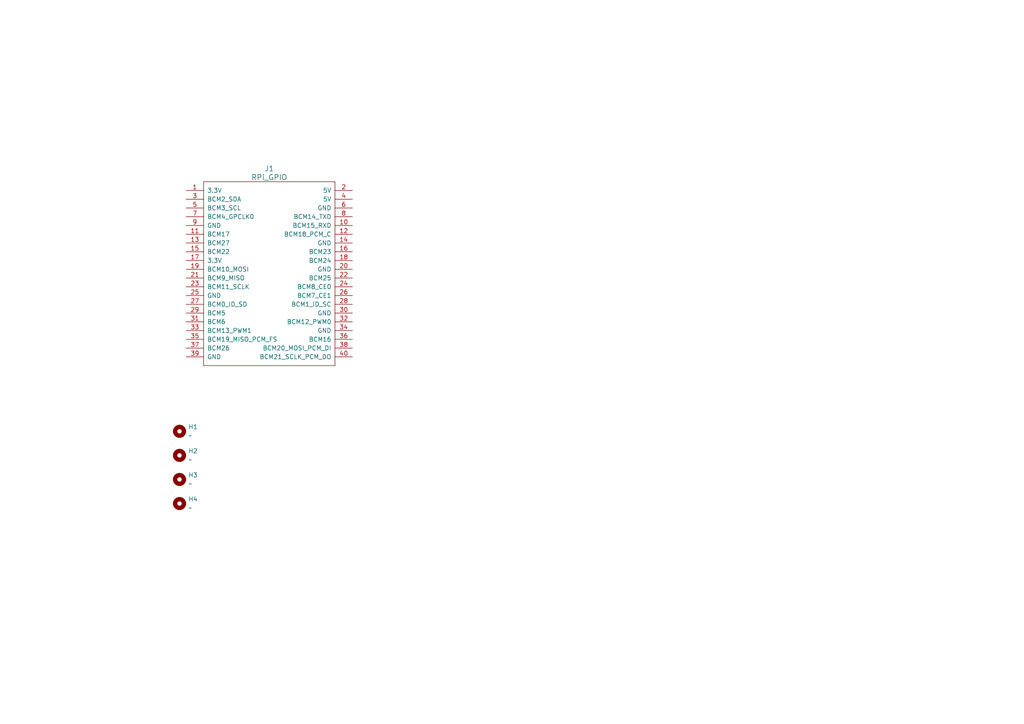
<source format=kicad_sch>
(kicad_sch (version 20211123) (generator eeschema)
  (paper "A4")
  (title_block (rev "1") (comment 1 "Design for JLCPCB 1-2 Layer Service"))
  (lib_symbols
    (symbol "Mechanical:MountingHole" (pin_names (offset 1.016))
      (property "Reference" "H" (at 0 5.08 0))
      (property "Value" "MountingHole" (at 0 3.175 0))
      (symbol "MountingHole_0_1"
        (circle (center 0 0) (radius 1.27) (stroke (width 1.27)))
      )
    )
    (symbol "RPi_Hat:RPi_GPIO" (pin_names (offset 1.016))
      (property "Reference" "J" (at 19.05 6.35 0))
      (property "Value" "RPi_GPIO" (at 19.05 3.81 0))
      (symbol "RPi_GPIO_0_1"
        (rectangle (start 0 2.54) (end 38.1 -50.8))
      )
      (symbol "RPi_GPIO_1_1"
        (pin power_in line (at -5.08 0 0) (length 5.08) (name "3.3V") (number "1"))
        (pin bidirectional line (at 43.18 -10.16 180) (length 5.08) (name "BCM15_RXD") (number "10"))
        (pin bidirectional line (at -5.08 -12.7 0) (length 5.08) (name "BCM17") (number "11"))
        (pin bidirectional line (at 43.18 -12.7 180) (length 5.08) (name "BCM18_PCM_C") (number "12"))
        (pin bidirectional line (at -5.08 -15.24 0) (length 5.08) (name "BCM27") (number "13"))
        (pin power_in line (at 43.18 -15.24 180) (length 5.08) (name "GND") (number "14"))
        (pin bidirectional line (at -5.08 -17.78 0) (length 5.08) (name "BCM22") (number "15"))
        (pin bidirectional line (at 43.18 -17.78 180) (length 5.08) (name "BCM23") (number "16"))
        (pin power_in line (at -5.08 -20.32 0) (length 5.08) (name "3.3V") (number "17"))
        (pin bidirectional line (at 43.18 -20.32 180) (length 5.08) (name "BCM24") (number "18"))
        (pin bidirectional line (at -5.08 -22.86 0) (length 5.08) (name "BCM10_MOSI") (number "19"))
        (pin power_in line (at 43.18 0 180) (length 5.08) (name "5V") (number "2"))
        (pin power_in line (at 43.18 -22.86 180) (length 5.08) (name "GND") (number "20"))
        (pin bidirectional line (at -5.08 -25.4 0) (length 5.08) (name "BCM9_MISO") (number "21"))
        (pin bidirectional line (at 43.18 -25.4 180) (length 5.08) (name "BCM25") (number "22"))
        (pin bidirectional line (at -5.08 -27.94 0) (length 5.08) (name "BCM11_SCLK") (number "23"))
        (pin bidirectional line (at 43.18 -27.94 180) (length 5.08) (name "BCM8_CE0") (number "24"))
        (pin power_in line (at -5.08 -30.48 0) (length 5.08) (name "GND") (number "25"))
        (pin bidirectional line (at 43.18 -30.48 180) (length 5.08) (name "BCM7_CE1") (number "26"))
        (pin bidirectional line (at -5.08 -33.02 0) (length 5.08) (name "BCM0_ID_SD") (number "27"))
        (pin bidirectional line (at 43.18 -33.02 180) (length 5.08) (name "BCM1_ID_SC") (number "28"))
        (pin bidirectional line (at -5.08 -35.56 0) (length 5.08) (name "BCM5") (number "29"))
        (pin bidirectional line (at -5.08 -2.54 0) (length 5.08) (name "BCM2_SDA") (number "3"))
        (pin power_in line (at 43.18 -35.56 180) (length 5.08) (name "GND") (number "30"))
        (pin bidirectional line (at -5.08 -38.1 0) (length 5.08) (name "BCM6") (number "31"))
        (pin bidirectional line (at 43.18 -38.1 180) (length 5.08) (name "BCM12_PWM0") (number "32"))
        (pin bidirectional line (at -5.08 -40.64 0) (length 5.08) (name "BCM13_PWM1") (number "33"))
        (pin power_in line (at 43.18 -40.64 180) (length 5.08) (name "GND") (number "34"))
        (pin bidirectional line (at -5.08 -43.18 0) (length 5.08) (name "BCM19_MISO_PCM_FS") (number "35"))
        (pin bidirectional line (at 43.18 -43.18 180) (length 5.08) (name "BCM16") (number "36"))
        (pin bidirectional line (at -5.08 -45.72 0) (length 5.08) (name "BCM26") (number "37"))
        (pin bidirectional line (at 43.18 -45.72 180) (length 5.08) (name "BCM20_MOSI_PCM_DI") (number "38"))
        (pin power_in line (at -5.08 -48.26 0) (length 5.08) (name "GND") (number "39"))
        (pin power_in line (at 43.18 -2.54 180) (length 5.08) (name "5V") (number "4"))
        (pin bidirectional line (at 43.18 -48.26 180) (length 5.08) (name "BCM21_SCLK_PCM_DO") (number "40"))
        (pin bidirectional line (at -5.08 -5.08 0) (length 5.08) (name "BCM3_SCL") (number "5"))
        (pin power_in line (at 43.18 -5.08 180) (length 5.08) (name "GND") (number "6"))
        (pin bidirectional line (at -5.08 -7.62 0) (length 5.08) (name "BCM4_GPCLK0") (number "7"))
        (pin bidirectional line (at 43.18 -7.62 180) (length 5.08) (name "BCM14_TXD") (number "8"))
        (pin power_in line (at -5.08 -10.16 0) (length 5.08) (name "GND") (number "9"))
      )
    )
  )
  (symbol (lib_id "Mechanical:MountingHole") (at 52.07 139.065 0) (unit 1)
    (property "Reference" "H3" (at 54.61 137.7949 0) (effects (justify left)))
    (property "Value" "~" (at 54.61 140.3349 0) (effects (justify left)))
    (property "Footprint" "RPi_Hat:RPi_Hat_Mounting_Hole" (effects hide))
  )
  (symbol (lib_id "Mechanical:MountingHole") (at 52.07 125.095 0) (unit 1)
    (property "Reference" "H1" (at 54.61 123.8249 0) (effects (justify left)))
    (property "Value" "~" (at 54.61 126.3649 0) (effects (justify left)))
    (property "Footprint" "RPi_Hat:RPi_Hat_Mounting_Hole" (effects hide))
  )
  (symbol (lib_id "Mechanical:MountingHole") (at 52.07 132.08 0) (unit 1)
    (property "Reference" "H2" (at 54.61 130.8099 0) (effects (justify left)))
    (property "Value" "~" (at 54.61 133.3499 0) (effects (justify left)))
    (property "Footprint" "RPi_Hat:RPi_Hat_Mounting_Hole" (effects hide))
  )
  (symbol (lib_id "RPi_Hat:RPi_GPIO") (at 59.055 55.245 0) (unit 1)
    (property "Reference" "J1" (at 78.105 48.895 0) (effects (font (size 1.524 1.524))))
    (property "Value" "RPi_GPIO" (at 78.105 51.435 0) (effects (font (size 1.524 1.524))))
    (property "Footprint" "RPi_Hat:Pin_Header_Straight_2x20" (effects hide))
  )
  (symbol (lib_id "Mechanical:MountingHole") (at 52.07 146.05 0) (unit 1)
    (property "Reference" "H4" (at 54.61 144.7799 0) (effects (justify left)))
    (property "Value" "~" (at 54.61 147.3199 0) (effects (justify left)))
    (property "Footprint" "RPi_Hat:RPi_Hat_Mounting_Hole" (effects hide))
  )
)
</source>
